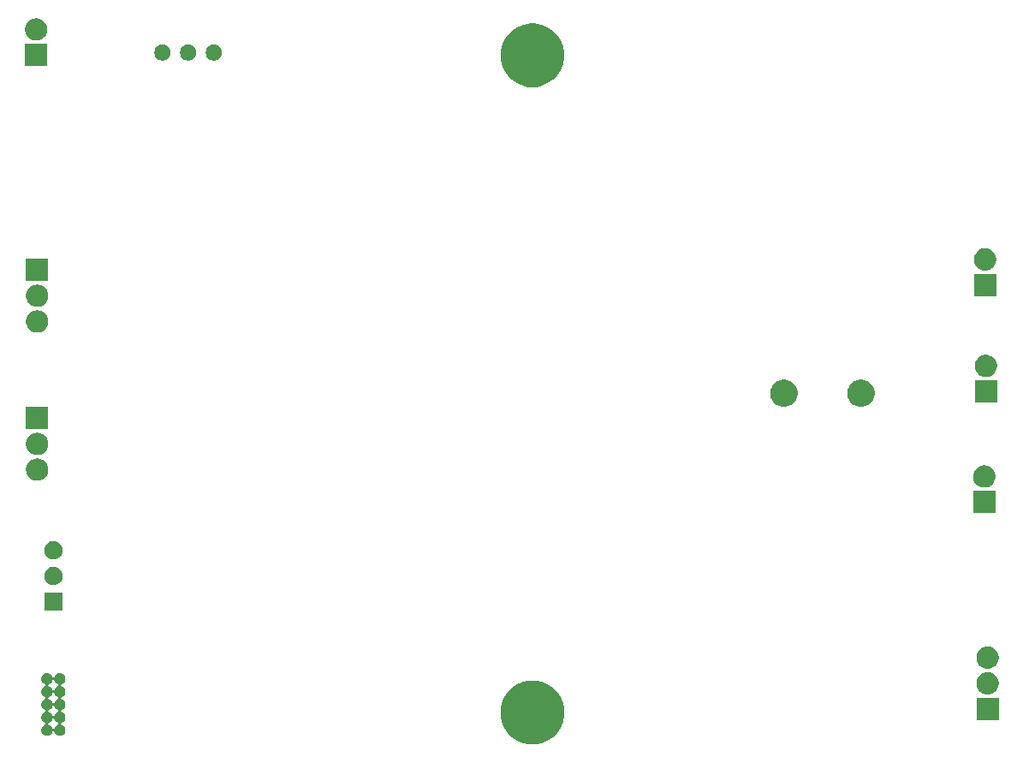
<source format=gbr>
G04 #@! TF.GenerationSoftware,KiCad,Pcbnew,5.1.6-c6e7f7d~86~ubuntu18.04.1*
G04 #@! TF.CreationDate,2020-06-04T01:08:26+01:00*
G04 #@! TF.ProjectId,scot-resolver,73636f74-2d72-4657-936f-6c7665722e6b,rev?*
G04 #@! TF.SameCoordinates,Original*
G04 #@! TF.FileFunction,Soldermask,Bot*
G04 #@! TF.FilePolarity,Negative*
%FSLAX46Y46*%
G04 Gerber Fmt 4.6, Leading zero omitted, Abs format (unit mm)*
G04 Created by KiCad (PCBNEW 5.1.6-c6e7f7d~86~ubuntu18.04.1) date 2020-06-04 01:08:26*
%MOMM*%
%LPD*%
G01*
G04 APERTURE LIST*
%ADD10C,0.100000*%
G04 APERTURE END LIST*
D10*
G36*
X135397849Y-122248226D02*
G01*
X135919821Y-122352052D01*
X136493085Y-122589506D01*
X137009008Y-122934235D01*
X137447765Y-123372992D01*
X137792494Y-123888915D01*
X138029948Y-124462179D01*
X138125656Y-124943339D01*
X138151000Y-125070751D01*
X138151000Y-125691249D01*
X138143760Y-125727648D01*
X138029948Y-126299821D01*
X137792494Y-126873085D01*
X137447765Y-127389008D01*
X137009008Y-127827765D01*
X136493085Y-128172494D01*
X135919821Y-128409948D01*
X135397849Y-128513774D01*
X135311249Y-128531000D01*
X134690751Y-128531000D01*
X134604151Y-128513774D01*
X134082179Y-128409948D01*
X133508915Y-128172494D01*
X132992992Y-127827765D01*
X132554235Y-127389008D01*
X132209506Y-126873085D01*
X131972052Y-126299821D01*
X131858240Y-125727648D01*
X131851000Y-125691249D01*
X131851000Y-125070751D01*
X131876344Y-124943339D01*
X131972052Y-124462179D01*
X132209506Y-123888915D01*
X132554235Y-123372992D01*
X132992992Y-122934235D01*
X133508915Y-122589506D01*
X134082179Y-122352052D01*
X134604151Y-122248226D01*
X134690751Y-122231000D01*
X135311249Y-122231000D01*
X135397849Y-122248226D01*
G37*
G36*
X87158051Y-121509480D02*
G01*
X87208920Y-121530551D01*
X87259786Y-121551620D01*
X87351342Y-121612796D01*
X87429204Y-121690658D01*
X87490380Y-121782214D01*
X87514516Y-121840485D01*
X87526068Y-121862095D01*
X87541613Y-121881037D01*
X87560555Y-121896582D01*
X87582166Y-121908133D01*
X87605615Y-121915246D01*
X87630001Y-121917648D01*
X87654387Y-121915246D01*
X87677836Y-121908133D01*
X87699446Y-121896581D01*
X87718388Y-121881036D01*
X87733933Y-121862094D01*
X87745484Y-121840485D01*
X87769620Y-121782214D01*
X87830796Y-121690658D01*
X87908658Y-121612796D01*
X88000214Y-121551620D01*
X88051080Y-121530551D01*
X88101949Y-121509480D01*
X88209941Y-121488000D01*
X88320059Y-121488000D01*
X88428051Y-121509480D01*
X88478920Y-121530551D01*
X88529786Y-121551620D01*
X88621342Y-121612796D01*
X88699204Y-121690658D01*
X88760380Y-121782214D01*
X88781449Y-121833080D01*
X88802520Y-121883949D01*
X88824000Y-121991941D01*
X88824000Y-122102059D01*
X88802520Y-122210051D01*
X88793467Y-122231906D01*
X88760380Y-122311786D01*
X88699204Y-122403342D01*
X88621342Y-122481204D01*
X88529786Y-122542380D01*
X88471515Y-122566516D01*
X88449905Y-122578068D01*
X88430963Y-122593613D01*
X88415418Y-122612555D01*
X88403867Y-122634166D01*
X88396754Y-122657615D01*
X88394352Y-122682001D01*
X88396754Y-122706387D01*
X88403867Y-122729836D01*
X88415419Y-122751446D01*
X88430964Y-122770388D01*
X88449906Y-122785933D01*
X88471513Y-122797483D01*
X88529786Y-122821620D01*
X88621342Y-122882796D01*
X88699204Y-122960658D01*
X88699206Y-122960661D01*
X88757071Y-123047261D01*
X88760380Y-123052214D01*
X88781449Y-123103080D01*
X88802520Y-123153949D01*
X88824000Y-123261941D01*
X88824000Y-123372059D01*
X88802520Y-123480051D01*
X88793467Y-123501906D01*
X88760380Y-123581786D01*
X88699204Y-123673342D01*
X88621342Y-123751204D01*
X88529786Y-123812380D01*
X88471515Y-123836516D01*
X88449905Y-123848068D01*
X88430963Y-123863613D01*
X88415418Y-123882555D01*
X88403867Y-123904166D01*
X88396754Y-123927615D01*
X88394352Y-123952001D01*
X88396754Y-123976387D01*
X88403867Y-123999836D01*
X88415419Y-124021446D01*
X88430964Y-124040388D01*
X88449906Y-124055933D01*
X88471513Y-124067483D01*
X88529786Y-124091620D01*
X88621342Y-124152796D01*
X88699204Y-124230658D01*
X88760380Y-124322214D01*
X88781449Y-124373080D01*
X88802520Y-124423949D01*
X88824000Y-124531941D01*
X88824000Y-124642059D01*
X88802520Y-124750051D01*
X88793467Y-124771906D01*
X88760380Y-124851786D01*
X88699204Y-124943342D01*
X88621342Y-125021204D01*
X88529786Y-125082380D01*
X88471515Y-125106516D01*
X88449905Y-125118068D01*
X88430963Y-125133613D01*
X88415418Y-125152555D01*
X88403867Y-125174166D01*
X88396754Y-125197615D01*
X88394352Y-125222001D01*
X88396754Y-125246387D01*
X88403867Y-125269836D01*
X88415419Y-125291446D01*
X88430964Y-125310388D01*
X88449906Y-125325933D01*
X88471513Y-125337483D01*
X88529786Y-125361620D01*
X88621342Y-125422796D01*
X88699204Y-125500658D01*
X88760380Y-125592214D01*
X88765572Y-125604749D01*
X88802520Y-125693949D01*
X88824000Y-125801941D01*
X88824000Y-125912059D01*
X88802520Y-126020051D01*
X88793467Y-126041906D01*
X88760380Y-126121786D01*
X88699204Y-126213342D01*
X88621342Y-126291204D01*
X88529786Y-126352380D01*
X88471515Y-126376516D01*
X88449905Y-126388068D01*
X88430963Y-126403613D01*
X88415418Y-126422555D01*
X88403867Y-126444166D01*
X88396754Y-126467615D01*
X88394352Y-126492001D01*
X88396754Y-126516387D01*
X88403867Y-126539836D01*
X88415419Y-126561446D01*
X88430964Y-126580388D01*
X88449906Y-126595933D01*
X88471513Y-126607483D01*
X88529786Y-126631620D01*
X88621342Y-126692796D01*
X88699204Y-126770658D01*
X88760380Y-126862214D01*
X88779494Y-126908361D01*
X88802520Y-126963949D01*
X88824000Y-127071941D01*
X88824000Y-127182059D01*
X88802520Y-127290051D01*
X88793467Y-127311906D01*
X88760380Y-127391786D01*
X88699204Y-127483342D01*
X88621342Y-127561204D01*
X88529786Y-127622380D01*
X88478920Y-127643449D01*
X88428051Y-127664520D01*
X88320059Y-127686000D01*
X88209941Y-127686000D01*
X88101949Y-127664520D01*
X88051080Y-127643449D01*
X88000214Y-127622380D01*
X87908658Y-127561204D01*
X87830796Y-127483342D01*
X87769620Y-127391786D01*
X87745483Y-127333513D01*
X87733932Y-127311905D01*
X87718387Y-127292963D01*
X87699445Y-127277418D01*
X87677834Y-127265867D01*
X87654385Y-127258754D01*
X87629999Y-127256352D01*
X87605613Y-127258754D01*
X87582164Y-127265867D01*
X87560554Y-127277419D01*
X87541612Y-127292964D01*
X87526067Y-127311906D01*
X87514517Y-127333513D01*
X87490380Y-127391786D01*
X87429204Y-127483342D01*
X87351342Y-127561204D01*
X87259786Y-127622380D01*
X87208920Y-127643449D01*
X87158051Y-127664520D01*
X87050059Y-127686000D01*
X86939941Y-127686000D01*
X86831949Y-127664520D01*
X86781080Y-127643449D01*
X86730214Y-127622380D01*
X86638658Y-127561204D01*
X86560796Y-127483342D01*
X86499620Y-127391786D01*
X86466533Y-127311906D01*
X86457480Y-127290051D01*
X86436000Y-127182059D01*
X86436000Y-127071941D01*
X86457480Y-126963949D01*
X86480506Y-126908361D01*
X86499620Y-126862214D01*
X86560796Y-126770658D01*
X86638658Y-126692796D01*
X86730214Y-126631620D01*
X86788487Y-126607483D01*
X86810095Y-126595932D01*
X86829037Y-126580387D01*
X86844582Y-126561445D01*
X86856133Y-126539834D01*
X86863246Y-126516385D01*
X86865647Y-126492001D01*
X87124352Y-126492001D01*
X87126754Y-126516387D01*
X87133867Y-126539836D01*
X87145419Y-126561446D01*
X87160964Y-126580388D01*
X87179906Y-126595933D01*
X87201513Y-126607483D01*
X87259786Y-126631620D01*
X87351342Y-126692796D01*
X87429204Y-126770658D01*
X87490380Y-126862214D01*
X87509494Y-126908361D01*
X87514516Y-126920485D01*
X87526068Y-126942095D01*
X87541613Y-126961037D01*
X87560555Y-126976582D01*
X87582166Y-126988133D01*
X87605615Y-126995246D01*
X87630001Y-126997648D01*
X87654387Y-126995246D01*
X87677836Y-126988133D01*
X87699446Y-126976581D01*
X87718388Y-126961036D01*
X87733933Y-126942094D01*
X87745484Y-126920485D01*
X87750506Y-126908361D01*
X87769620Y-126862214D01*
X87830796Y-126770658D01*
X87908658Y-126692796D01*
X88000214Y-126631620D01*
X88058487Y-126607483D01*
X88080095Y-126595932D01*
X88099037Y-126580387D01*
X88114582Y-126561445D01*
X88126133Y-126539834D01*
X88133246Y-126516385D01*
X88135648Y-126491999D01*
X88133246Y-126467613D01*
X88126133Y-126444164D01*
X88114581Y-126422554D01*
X88099036Y-126403612D01*
X88080094Y-126388067D01*
X88058485Y-126376516D01*
X88000214Y-126352380D01*
X87908658Y-126291204D01*
X87830796Y-126213342D01*
X87769620Y-126121786D01*
X87745483Y-126063513D01*
X87733932Y-126041905D01*
X87718387Y-126022963D01*
X87699445Y-126007418D01*
X87677834Y-125995867D01*
X87654385Y-125988754D01*
X87629999Y-125986352D01*
X87605613Y-125988754D01*
X87582164Y-125995867D01*
X87560554Y-126007419D01*
X87541612Y-126022964D01*
X87526067Y-126041906D01*
X87514517Y-126063513D01*
X87490380Y-126121786D01*
X87429204Y-126213342D01*
X87351342Y-126291204D01*
X87259786Y-126352380D01*
X87201515Y-126376516D01*
X87179905Y-126388068D01*
X87160963Y-126403613D01*
X87145418Y-126422555D01*
X87133867Y-126444166D01*
X87126754Y-126467615D01*
X87124352Y-126492001D01*
X86865647Y-126492001D01*
X86865648Y-126491999D01*
X86863246Y-126467613D01*
X86856133Y-126444164D01*
X86844581Y-126422554D01*
X86829036Y-126403612D01*
X86810094Y-126388067D01*
X86788485Y-126376516D01*
X86730214Y-126352380D01*
X86638658Y-126291204D01*
X86560796Y-126213342D01*
X86499620Y-126121786D01*
X86466533Y-126041906D01*
X86457480Y-126020051D01*
X86436000Y-125912059D01*
X86436000Y-125801941D01*
X86457480Y-125693949D01*
X86494428Y-125604749D01*
X86499620Y-125592214D01*
X86560796Y-125500658D01*
X86638658Y-125422796D01*
X86730214Y-125361620D01*
X86788487Y-125337483D01*
X86810095Y-125325932D01*
X86829037Y-125310387D01*
X86844582Y-125291445D01*
X86856133Y-125269834D01*
X86863246Y-125246385D01*
X86865647Y-125222001D01*
X87124352Y-125222001D01*
X87126754Y-125246387D01*
X87133867Y-125269836D01*
X87145419Y-125291446D01*
X87160964Y-125310388D01*
X87179906Y-125325933D01*
X87201513Y-125337483D01*
X87259786Y-125361620D01*
X87351342Y-125422796D01*
X87429204Y-125500658D01*
X87490380Y-125592214D01*
X87514516Y-125650485D01*
X87526068Y-125672095D01*
X87541613Y-125691037D01*
X87560555Y-125706582D01*
X87582166Y-125718133D01*
X87605615Y-125725246D01*
X87630001Y-125727648D01*
X87654387Y-125725246D01*
X87677836Y-125718133D01*
X87699446Y-125706581D01*
X87718388Y-125691036D01*
X87733933Y-125672094D01*
X87745484Y-125650485D01*
X87769620Y-125592214D01*
X87830796Y-125500658D01*
X87908658Y-125422796D01*
X88000214Y-125361620D01*
X88058487Y-125337483D01*
X88080095Y-125325932D01*
X88099037Y-125310387D01*
X88114582Y-125291445D01*
X88126133Y-125269834D01*
X88133246Y-125246385D01*
X88135648Y-125221999D01*
X88133246Y-125197613D01*
X88126133Y-125174164D01*
X88114581Y-125152554D01*
X88099036Y-125133612D01*
X88080094Y-125118067D01*
X88058485Y-125106516D01*
X88000214Y-125082380D01*
X87908658Y-125021204D01*
X87830796Y-124943342D01*
X87769620Y-124851786D01*
X87745483Y-124793513D01*
X87733932Y-124771905D01*
X87718387Y-124752963D01*
X87699445Y-124737418D01*
X87677834Y-124725867D01*
X87654385Y-124718754D01*
X87629999Y-124716352D01*
X87605613Y-124718754D01*
X87582164Y-124725867D01*
X87560554Y-124737419D01*
X87541612Y-124752964D01*
X87526067Y-124771906D01*
X87514517Y-124793513D01*
X87490380Y-124851786D01*
X87429204Y-124943342D01*
X87351342Y-125021204D01*
X87259786Y-125082380D01*
X87201515Y-125106516D01*
X87179905Y-125118068D01*
X87160963Y-125133613D01*
X87145418Y-125152555D01*
X87133867Y-125174166D01*
X87126754Y-125197615D01*
X87124352Y-125222001D01*
X86865647Y-125222001D01*
X86865648Y-125221999D01*
X86863246Y-125197613D01*
X86856133Y-125174164D01*
X86844581Y-125152554D01*
X86829036Y-125133612D01*
X86810094Y-125118067D01*
X86788485Y-125106516D01*
X86730214Y-125082380D01*
X86638658Y-125021204D01*
X86560796Y-124943342D01*
X86499620Y-124851786D01*
X86466533Y-124771906D01*
X86457480Y-124750051D01*
X86436000Y-124642059D01*
X86436000Y-124531941D01*
X86457480Y-124423949D01*
X86478551Y-124373080D01*
X86499620Y-124322214D01*
X86560796Y-124230658D01*
X86638658Y-124152796D01*
X86730214Y-124091620D01*
X86788487Y-124067483D01*
X86810095Y-124055932D01*
X86829037Y-124040387D01*
X86844582Y-124021445D01*
X86856133Y-123999834D01*
X86863246Y-123976385D01*
X86865647Y-123952001D01*
X87124352Y-123952001D01*
X87126754Y-123976387D01*
X87133867Y-123999836D01*
X87145419Y-124021446D01*
X87160964Y-124040388D01*
X87179906Y-124055933D01*
X87201513Y-124067483D01*
X87259786Y-124091620D01*
X87351342Y-124152796D01*
X87429204Y-124230658D01*
X87490380Y-124322214D01*
X87514516Y-124380485D01*
X87526068Y-124402095D01*
X87541613Y-124421037D01*
X87560555Y-124436582D01*
X87582166Y-124448133D01*
X87605615Y-124455246D01*
X87630001Y-124457648D01*
X87654387Y-124455246D01*
X87677836Y-124448133D01*
X87699446Y-124436581D01*
X87718388Y-124421036D01*
X87733933Y-124402094D01*
X87745484Y-124380485D01*
X87769620Y-124322214D01*
X87830796Y-124230658D01*
X87908658Y-124152796D01*
X88000214Y-124091620D01*
X88058487Y-124067483D01*
X88080095Y-124055932D01*
X88099037Y-124040387D01*
X88114582Y-124021445D01*
X88126133Y-123999834D01*
X88133246Y-123976385D01*
X88135648Y-123951999D01*
X88133246Y-123927613D01*
X88126133Y-123904164D01*
X88114581Y-123882554D01*
X88099036Y-123863612D01*
X88080094Y-123848067D01*
X88058485Y-123836516D01*
X88000214Y-123812380D01*
X87908658Y-123751204D01*
X87830796Y-123673342D01*
X87769620Y-123581786D01*
X87745483Y-123523513D01*
X87733932Y-123501905D01*
X87718387Y-123482963D01*
X87699445Y-123467418D01*
X87677834Y-123455867D01*
X87654385Y-123448754D01*
X87629999Y-123446352D01*
X87605613Y-123448754D01*
X87582164Y-123455867D01*
X87560554Y-123467419D01*
X87541612Y-123482964D01*
X87526067Y-123501906D01*
X87514517Y-123523513D01*
X87490380Y-123581786D01*
X87429204Y-123673342D01*
X87351342Y-123751204D01*
X87259786Y-123812380D01*
X87201515Y-123836516D01*
X87179905Y-123848068D01*
X87160963Y-123863613D01*
X87145418Y-123882555D01*
X87133867Y-123904166D01*
X87126754Y-123927615D01*
X87124352Y-123952001D01*
X86865647Y-123952001D01*
X86865648Y-123951999D01*
X86863246Y-123927613D01*
X86856133Y-123904164D01*
X86844581Y-123882554D01*
X86829036Y-123863612D01*
X86810094Y-123848067D01*
X86788485Y-123836516D01*
X86730214Y-123812380D01*
X86638658Y-123751204D01*
X86560796Y-123673342D01*
X86499620Y-123581786D01*
X86466533Y-123501906D01*
X86457480Y-123480051D01*
X86436000Y-123372059D01*
X86436000Y-123261941D01*
X86457480Y-123153949D01*
X86478551Y-123103080D01*
X86499620Y-123052214D01*
X86502930Y-123047261D01*
X86560794Y-122960661D01*
X86560796Y-122960658D01*
X86638658Y-122882796D01*
X86730214Y-122821620D01*
X86788487Y-122797483D01*
X86810095Y-122785932D01*
X86829037Y-122770387D01*
X86844582Y-122751445D01*
X86856133Y-122729834D01*
X86863246Y-122706385D01*
X86865647Y-122682001D01*
X87124352Y-122682001D01*
X87126754Y-122706387D01*
X87133867Y-122729836D01*
X87145419Y-122751446D01*
X87160964Y-122770388D01*
X87179906Y-122785933D01*
X87201513Y-122797483D01*
X87259786Y-122821620D01*
X87351342Y-122882796D01*
X87429204Y-122960658D01*
X87490380Y-123052214D01*
X87512140Y-123104749D01*
X87514516Y-123110485D01*
X87526068Y-123132095D01*
X87541613Y-123151037D01*
X87560555Y-123166582D01*
X87582166Y-123178133D01*
X87605615Y-123185246D01*
X87630001Y-123187648D01*
X87654387Y-123185246D01*
X87677836Y-123178133D01*
X87699446Y-123166581D01*
X87718388Y-123151036D01*
X87733933Y-123132094D01*
X87745484Y-123110485D01*
X87747860Y-123104749D01*
X87769620Y-123052214D01*
X87830796Y-122960658D01*
X87908658Y-122882796D01*
X88000214Y-122821620D01*
X88058487Y-122797483D01*
X88080095Y-122785932D01*
X88099037Y-122770387D01*
X88114582Y-122751445D01*
X88126133Y-122729834D01*
X88133246Y-122706385D01*
X88135648Y-122681999D01*
X88133246Y-122657613D01*
X88126133Y-122634164D01*
X88114581Y-122612554D01*
X88099036Y-122593612D01*
X88080094Y-122578067D01*
X88058485Y-122566516D01*
X88000214Y-122542380D01*
X87908658Y-122481204D01*
X87830796Y-122403342D01*
X87769620Y-122311786D01*
X87745483Y-122253513D01*
X87733932Y-122231905D01*
X87718387Y-122212963D01*
X87699445Y-122197418D01*
X87677834Y-122185867D01*
X87654385Y-122178754D01*
X87629999Y-122176352D01*
X87605613Y-122178754D01*
X87582164Y-122185867D01*
X87560554Y-122197419D01*
X87541612Y-122212964D01*
X87526067Y-122231906D01*
X87514517Y-122253513D01*
X87490380Y-122311786D01*
X87429204Y-122403342D01*
X87351342Y-122481204D01*
X87259786Y-122542380D01*
X87201515Y-122566516D01*
X87179905Y-122578068D01*
X87160963Y-122593613D01*
X87145418Y-122612555D01*
X87133867Y-122634166D01*
X87126754Y-122657615D01*
X87124352Y-122682001D01*
X86865647Y-122682001D01*
X86865648Y-122681999D01*
X86863246Y-122657613D01*
X86856133Y-122634164D01*
X86844581Y-122612554D01*
X86829036Y-122593612D01*
X86810094Y-122578067D01*
X86788485Y-122566516D01*
X86730214Y-122542380D01*
X86638658Y-122481204D01*
X86560796Y-122403342D01*
X86499620Y-122311786D01*
X86466533Y-122231906D01*
X86457480Y-122210051D01*
X86436000Y-122102059D01*
X86436000Y-121991941D01*
X86457480Y-121883949D01*
X86478551Y-121833080D01*
X86499620Y-121782214D01*
X86560796Y-121690658D01*
X86638658Y-121612796D01*
X86730214Y-121551620D01*
X86781080Y-121530551D01*
X86831949Y-121509480D01*
X86939941Y-121488000D01*
X87050059Y-121488000D01*
X87158051Y-121509480D01*
G37*
G36*
X181123500Y-126132500D02*
G01*
X178921500Y-126132500D01*
X178921500Y-123930500D01*
X181123500Y-123930500D01*
X181123500Y-126132500D01*
G37*
G36*
X180237295Y-121411656D02*
G01*
X180343650Y-121432811D01*
X180443834Y-121474309D01*
X180544020Y-121515807D01*
X180724344Y-121636295D01*
X180877705Y-121789656D01*
X180998193Y-121969980D01*
X181007290Y-121991943D01*
X181081189Y-122170350D01*
X181086573Y-122197418D01*
X181123500Y-122383060D01*
X181123500Y-122599940D01*
X181107177Y-122681999D01*
X181081189Y-122812650D01*
X181067197Y-122846430D01*
X180998193Y-123013020D01*
X180877705Y-123193344D01*
X180724344Y-123346705D01*
X180544020Y-123467193D01*
X180505945Y-123482964D01*
X180343650Y-123550189D01*
X180237295Y-123571344D01*
X180130940Y-123592500D01*
X179914060Y-123592500D01*
X179807705Y-123571344D01*
X179701350Y-123550189D01*
X179539055Y-123482964D01*
X179500980Y-123467193D01*
X179320656Y-123346705D01*
X179167295Y-123193344D01*
X179046807Y-123013020D01*
X178977803Y-122846430D01*
X178963811Y-122812650D01*
X178937823Y-122681999D01*
X178921500Y-122599940D01*
X178921500Y-122383060D01*
X178958427Y-122197418D01*
X178963811Y-122170350D01*
X179037710Y-121991943D01*
X179046807Y-121969980D01*
X179167295Y-121789656D01*
X179320656Y-121636295D01*
X179500980Y-121515807D01*
X179601166Y-121474309D01*
X179701350Y-121432811D01*
X179807705Y-121411656D01*
X179914060Y-121390500D01*
X180130940Y-121390500D01*
X180237295Y-121411656D01*
G37*
G36*
X180237295Y-118871656D02*
G01*
X180343650Y-118892811D01*
X180443834Y-118934309D01*
X180544020Y-118975807D01*
X180724344Y-119096295D01*
X180877705Y-119249656D01*
X180998193Y-119429980D01*
X181081189Y-119630351D01*
X181123500Y-119843060D01*
X181123500Y-120059940D01*
X181081189Y-120272649D01*
X180998193Y-120473020D01*
X180877705Y-120653344D01*
X180724344Y-120806705D01*
X180544020Y-120927193D01*
X180343650Y-121010189D01*
X180237294Y-121031345D01*
X180130940Y-121052500D01*
X179914060Y-121052500D01*
X179807706Y-121031345D01*
X179701350Y-121010189D01*
X179500980Y-120927193D01*
X179320656Y-120806705D01*
X179167295Y-120653344D01*
X179046807Y-120473020D01*
X178963811Y-120272649D01*
X178921500Y-120059940D01*
X178921500Y-119843060D01*
X178963811Y-119630351D01*
X179046807Y-119429980D01*
X179167295Y-119249656D01*
X179320656Y-119096295D01*
X179500980Y-118975807D01*
X179601166Y-118934309D01*
X179701350Y-118892811D01*
X179807705Y-118871656D01*
X179914060Y-118850500D01*
X180130940Y-118850500D01*
X180237295Y-118871656D01*
G37*
G36*
X88531000Y-115328000D02*
G01*
X86729000Y-115328000D01*
X86729000Y-113526000D01*
X88531000Y-113526000D01*
X88531000Y-115328000D01*
G37*
G36*
X87743512Y-110990927D02*
G01*
X87892812Y-111020624D01*
X88056784Y-111088544D01*
X88204354Y-111187147D01*
X88329853Y-111312646D01*
X88428456Y-111460216D01*
X88496376Y-111624188D01*
X88531000Y-111798259D01*
X88531000Y-111975741D01*
X88496376Y-112149812D01*
X88428456Y-112313784D01*
X88329853Y-112461354D01*
X88204354Y-112586853D01*
X88056784Y-112685456D01*
X87892812Y-112753376D01*
X87743512Y-112783073D01*
X87718742Y-112788000D01*
X87541258Y-112788000D01*
X87516488Y-112783073D01*
X87367188Y-112753376D01*
X87203216Y-112685456D01*
X87055646Y-112586853D01*
X86930147Y-112461354D01*
X86831544Y-112313784D01*
X86763624Y-112149812D01*
X86729000Y-111975741D01*
X86729000Y-111798259D01*
X86763624Y-111624188D01*
X86831544Y-111460216D01*
X86930147Y-111312646D01*
X87055646Y-111187147D01*
X87203216Y-111088544D01*
X87367188Y-111020624D01*
X87516488Y-110990927D01*
X87541258Y-110986000D01*
X87718742Y-110986000D01*
X87743512Y-110990927D01*
G37*
G36*
X87743512Y-108450927D02*
G01*
X87892812Y-108480624D01*
X88056784Y-108548544D01*
X88204354Y-108647147D01*
X88329853Y-108772646D01*
X88428456Y-108920216D01*
X88496376Y-109084188D01*
X88531000Y-109258259D01*
X88531000Y-109435741D01*
X88496376Y-109609812D01*
X88428456Y-109773784D01*
X88329853Y-109921354D01*
X88204354Y-110046853D01*
X88056784Y-110145456D01*
X87892812Y-110213376D01*
X87743512Y-110243073D01*
X87718742Y-110248000D01*
X87541258Y-110248000D01*
X87516488Y-110243073D01*
X87367188Y-110213376D01*
X87203216Y-110145456D01*
X87055646Y-110046853D01*
X86930147Y-109921354D01*
X86831544Y-109773784D01*
X86763624Y-109609812D01*
X86729000Y-109435741D01*
X86729000Y-109258259D01*
X86763624Y-109084188D01*
X86831544Y-108920216D01*
X86930147Y-108772646D01*
X87055646Y-108647147D01*
X87203216Y-108548544D01*
X87367188Y-108480624D01*
X87516488Y-108450927D01*
X87541258Y-108446000D01*
X87718742Y-108446000D01*
X87743512Y-108450927D01*
G37*
G36*
X180806000Y-105698200D02*
G01*
X178604000Y-105698200D01*
X178604000Y-103496200D01*
X180806000Y-103496200D01*
X180806000Y-105698200D01*
G37*
G36*
X179919794Y-100977355D02*
G01*
X180026150Y-100998511D01*
X180226520Y-101081507D01*
X180406844Y-101201995D01*
X180560205Y-101355356D01*
X180680693Y-101535680D01*
X180680693Y-101535681D01*
X180745671Y-101692550D01*
X180763689Y-101736051D01*
X180806000Y-101948760D01*
X180806000Y-102165640D01*
X180763689Y-102378349D01*
X180680693Y-102578720D01*
X180560205Y-102759044D01*
X180406844Y-102912405D01*
X180226520Y-103032893D01*
X180126334Y-103074391D01*
X180026150Y-103115889D01*
X179919795Y-103137044D01*
X179813440Y-103158200D01*
X179596560Y-103158200D01*
X179490206Y-103137045D01*
X179383850Y-103115889D01*
X179183480Y-103032893D01*
X179003156Y-102912405D01*
X178849795Y-102759044D01*
X178729307Y-102578720D01*
X178646311Y-102378349D01*
X178604000Y-102165640D01*
X178604000Y-101948760D01*
X178646311Y-101736051D01*
X178664330Y-101692550D01*
X178729307Y-101535681D01*
X178729307Y-101535680D01*
X178849795Y-101355356D01*
X179003156Y-101201995D01*
X179183480Y-101081507D01*
X179383850Y-100998511D01*
X179490206Y-100977355D01*
X179596560Y-100956200D01*
X179813440Y-100956200D01*
X179919794Y-100977355D01*
G37*
G36*
X86244594Y-100291555D02*
G01*
X86350950Y-100312711D01*
X86551320Y-100395707D01*
X86731644Y-100516195D01*
X86885005Y-100669556D01*
X87005493Y-100849880D01*
X87088489Y-101050251D01*
X87130800Y-101262960D01*
X87130800Y-101479840D01*
X87119692Y-101535681D01*
X87088489Y-101692550D01*
X87070470Y-101736051D01*
X87005493Y-101892920D01*
X86885005Y-102073244D01*
X86731644Y-102226605D01*
X86551320Y-102347093D01*
X86451134Y-102388591D01*
X86350950Y-102430089D01*
X86244594Y-102451245D01*
X86138240Y-102472400D01*
X85921360Y-102472400D01*
X85815006Y-102451245D01*
X85708650Y-102430089D01*
X85508280Y-102347093D01*
X85327956Y-102226605D01*
X85174595Y-102073244D01*
X85054107Y-101892920D01*
X84989130Y-101736051D01*
X84971111Y-101692550D01*
X84939908Y-101535681D01*
X84928800Y-101479840D01*
X84928800Y-101262960D01*
X84971111Y-101050251D01*
X85054107Y-100849880D01*
X85174595Y-100669556D01*
X85327956Y-100516195D01*
X85508280Y-100395707D01*
X85708650Y-100312711D01*
X85815006Y-100291555D01*
X85921360Y-100270400D01*
X86138240Y-100270400D01*
X86244594Y-100291555D01*
G37*
G36*
X86244595Y-97751556D02*
G01*
X86350950Y-97772711D01*
X86551320Y-97855707D01*
X86731644Y-97976195D01*
X86885005Y-98129556D01*
X87005493Y-98309880D01*
X87088489Y-98510251D01*
X87130800Y-98722960D01*
X87130800Y-98939840D01*
X87088489Y-99152549D01*
X87005493Y-99352920D01*
X86885005Y-99533244D01*
X86731644Y-99686605D01*
X86551320Y-99807093D01*
X86350950Y-99890089D01*
X86244595Y-99911244D01*
X86138240Y-99932400D01*
X85921360Y-99932400D01*
X85815005Y-99911244D01*
X85708650Y-99890089D01*
X85608466Y-99848591D01*
X85508280Y-99807093D01*
X85327956Y-99686605D01*
X85174595Y-99533244D01*
X85054107Y-99352920D01*
X84971111Y-99152549D01*
X84928800Y-98939840D01*
X84928800Y-98722960D01*
X84971111Y-98510251D01*
X85054107Y-98309880D01*
X85174595Y-98129556D01*
X85327956Y-97976195D01*
X85508280Y-97855707D01*
X85608466Y-97814209D01*
X85708650Y-97772711D01*
X85815005Y-97751556D01*
X85921360Y-97730400D01*
X86138240Y-97730400D01*
X86244595Y-97751556D01*
G37*
G36*
X87130800Y-97392400D02*
G01*
X84928800Y-97392400D01*
X84928800Y-95190400D01*
X87130800Y-95190400D01*
X87130800Y-97392400D01*
G37*
G36*
X160274372Y-92515818D02*
G01*
X160520239Y-92617659D01*
X160741512Y-92765510D01*
X160929690Y-92953688D01*
X161077541Y-93174961D01*
X161179382Y-93420828D01*
X161231300Y-93681838D01*
X161231300Y-93947962D01*
X161179382Y-94208972D01*
X161077541Y-94454839D01*
X160929690Y-94676112D01*
X160741512Y-94864290D01*
X160520239Y-95012141D01*
X160520238Y-95012142D01*
X160520237Y-95012142D01*
X160274372Y-95113982D01*
X160013363Y-95165900D01*
X159747237Y-95165900D01*
X159486228Y-95113982D01*
X159240363Y-95012142D01*
X159240362Y-95012142D01*
X159240361Y-95012141D01*
X159019088Y-94864290D01*
X158830910Y-94676112D01*
X158683059Y-94454839D01*
X158581218Y-94208972D01*
X158529300Y-93947962D01*
X158529300Y-93681838D01*
X158581218Y-93420828D01*
X158683059Y-93174961D01*
X158830910Y-92953688D01*
X159019088Y-92765510D01*
X159240361Y-92617659D01*
X159486228Y-92515818D01*
X159747237Y-92463900D01*
X160013363Y-92463900D01*
X160274372Y-92515818D01*
G37*
G36*
X167894372Y-92515818D02*
G01*
X168140239Y-92617659D01*
X168361512Y-92765510D01*
X168549690Y-92953688D01*
X168697541Y-93174961D01*
X168799382Y-93420828D01*
X168851300Y-93681838D01*
X168851300Y-93947962D01*
X168799382Y-94208972D01*
X168697541Y-94454839D01*
X168549690Y-94676112D01*
X168361512Y-94864290D01*
X168140239Y-95012141D01*
X168140238Y-95012142D01*
X168140237Y-95012142D01*
X167894372Y-95113982D01*
X167633363Y-95165900D01*
X167367237Y-95165900D01*
X167106228Y-95113982D01*
X166860363Y-95012142D01*
X166860362Y-95012142D01*
X166860361Y-95012141D01*
X166639088Y-94864290D01*
X166450910Y-94676112D01*
X166303059Y-94454839D01*
X166201218Y-94208972D01*
X166149300Y-93947962D01*
X166149300Y-93681838D01*
X166201218Y-93420828D01*
X166303059Y-93174961D01*
X166450910Y-92953688D01*
X166639088Y-92765510D01*
X166860361Y-92617659D01*
X167106228Y-92515818D01*
X167367237Y-92463900D01*
X167633363Y-92463900D01*
X167894372Y-92515818D01*
G37*
G36*
X180958800Y-94747200D02*
G01*
X178756800Y-94747200D01*
X178756800Y-92545200D01*
X180958800Y-92545200D01*
X180958800Y-94747200D01*
G37*
G36*
X180072594Y-90026355D02*
G01*
X180178950Y-90047511D01*
X180379320Y-90130507D01*
X180559644Y-90250995D01*
X180713005Y-90404356D01*
X180833493Y-90584680D01*
X180916489Y-90785051D01*
X180958800Y-90997760D01*
X180958800Y-91214640D01*
X180916489Y-91427349D01*
X180833493Y-91627720D01*
X180713005Y-91808044D01*
X180559644Y-91961405D01*
X180379320Y-92081893D01*
X180178950Y-92164889D01*
X180072595Y-92186044D01*
X179966240Y-92207200D01*
X179749360Y-92207200D01*
X179643005Y-92186044D01*
X179536650Y-92164889D01*
X179436466Y-92123391D01*
X179336280Y-92081893D01*
X179155956Y-91961405D01*
X179002595Y-91808044D01*
X178882107Y-91627720D01*
X178799111Y-91427349D01*
X178756800Y-91214640D01*
X178756800Y-90997760D01*
X178799111Y-90785051D01*
X178882107Y-90584680D01*
X179002595Y-90404356D01*
X179155956Y-90250995D01*
X179336280Y-90130507D01*
X179436466Y-90089009D01*
X179536650Y-90047511D01*
X179643006Y-90026355D01*
X179749360Y-90005200D01*
X179966240Y-90005200D01*
X180072594Y-90026355D01*
G37*
G36*
X86244595Y-85635756D02*
G01*
X86350950Y-85656911D01*
X86451134Y-85698409D01*
X86551320Y-85739907D01*
X86731644Y-85860395D01*
X86885005Y-86013756D01*
X87005493Y-86194080D01*
X87088489Y-86394451D01*
X87130800Y-86607160D01*
X87130800Y-86824040D01*
X87088489Y-87036749D01*
X87005493Y-87237120D01*
X86885005Y-87417444D01*
X86731644Y-87570805D01*
X86551320Y-87691293D01*
X86350950Y-87774289D01*
X86244595Y-87795444D01*
X86138240Y-87816600D01*
X85921360Y-87816600D01*
X85815005Y-87795444D01*
X85708650Y-87774289D01*
X85508280Y-87691293D01*
X85327956Y-87570805D01*
X85174595Y-87417444D01*
X85054107Y-87237120D01*
X84971111Y-87036749D01*
X84928800Y-86824040D01*
X84928800Y-86607160D01*
X84971111Y-86394451D01*
X85054107Y-86194080D01*
X85174595Y-86013756D01*
X85327956Y-85860395D01*
X85508280Y-85739907D01*
X85608466Y-85698409D01*
X85708650Y-85656911D01*
X85815005Y-85635756D01*
X85921360Y-85614600D01*
X86138240Y-85614600D01*
X86244595Y-85635756D01*
G37*
G36*
X86244594Y-83095755D02*
G01*
X86350950Y-83116911D01*
X86451134Y-83158409D01*
X86551320Y-83199907D01*
X86731644Y-83320395D01*
X86885005Y-83473756D01*
X87005493Y-83654080D01*
X87088489Y-83854451D01*
X87130800Y-84067160D01*
X87130800Y-84284040D01*
X87088489Y-84496749D01*
X87005493Y-84697120D01*
X86885005Y-84877444D01*
X86731644Y-85030805D01*
X86551320Y-85151293D01*
X86350950Y-85234289D01*
X86244594Y-85255445D01*
X86138240Y-85276600D01*
X85921360Y-85276600D01*
X85815006Y-85255445D01*
X85708650Y-85234289D01*
X85608466Y-85192791D01*
X85508280Y-85151293D01*
X85327956Y-85030805D01*
X85174595Y-84877444D01*
X85054107Y-84697120D01*
X84971111Y-84496749D01*
X84928800Y-84284040D01*
X84928800Y-84067160D01*
X84971111Y-83854451D01*
X85054107Y-83654080D01*
X85174595Y-83473756D01*
X85327956Y-83320395D01*
X85508280Y-83199907D01*
X85608466Y-83158409D01*
X85708650Y-83116911D01*
X85815006Y-83095755D01*
X85921360Y-83074600D01*
X86138240Y-83074600D01*
X86244594Y-83095755D01*
G37*
G36*
X180874580Y-84230120D02*
G01*
X178672580Y-84230120D01*
X178672580Y-82028120D01*
X180874580Y-82028120D01*
X180874580Y-84230120D01*
G37*
G36*
X87130800Y-82736600D02*
G01*
X84928800Y-82736600D01*
X84928800Y-80534600D01*
X87130800Y-80534600D01*
X87130800Y-82736600D01*
G37*
G36*
X179988374Y-79509275D02*
G01*
X180094730Y-79530431D01*
X180295100Y-79613427D01*
X180475424Y-79733915D01*
X180628785Y-79887276D01*
X180749273Y-80067600D01*
X180832269Y-80267971D01*
X180874580Y-80480680D01*
X180874580Y-80697560D01*
X180832269Y-80910269D01*
X180749273Y-81110640D01*
X180628785Y-81290964D01*
X180475424Y-81444325D01*
X180295100Y-81564813D01*
X180194914Y-81606311D01*
X180094730Y-81647809D01*
X179988375Y-81668964D01*
X179882020Y-81690120D01*
X179665140Y-81690120D01*
X179558785Y-81668964D01*
X179452430Y-81647809D01*
X179352246Y-81606311D01*
X179252060Y-81564813D01*
X179071736Y-81444325D01*
X178918375Y-81290964D01*
X178797887Y-81110640D01*
X178714891Y-80910269D01*
X178672580Y-80697560D01*
X178672580Y-80480680D01*
X178714891Y-80267971D01*
X178797887Y-80067600D01*
X178918375Y-79887276D01*
X179071736Y-79733915D01*
X179252060Y-79613427D01*
X179452430Y-79530431D01*
X179558786Y-79509275D01*
X179665140Y-79488120D01*
X179882020Y-79488120D01*
X179988374Y-79509275D01*
G37*
G36*
X135397849Y-57271226D02*
G01*
X135919821Y-57375052D01*
X136493085Y-57612506D01*
X137009008Y-57957235D01*
X137447765Y-58395992D01*
X137792494Y-58911915D01*
X138029948Y-59485179D01*
X138151000Y-60093752D01*
X138151000Y-60714248D01*
X138029948Y-61322821D01*
X137792494Y-61896085D01*
X137447765Y-62412008D01*
X137009008Y-62850765D01*
X136493085Y-63195494D01*
X135919821Y-63432948D01*
X135397849Y-63536774D01*
X135311249Y-63554000D01*
X134690751Y-63554000D01*
X134604151Y-63536774D01*
X134082179Y-63432948D01*
X133508915Y-63195494D01*
X132992992Y-62850765D01*
X132554235Y-62412008D01*
X132209506Y-61896085D01*
X131972052Y-61322821D01*
X131851000Y-60714248D01*
X131851000Y-60093752D01*
X131972052Y-59485179D01*
X132209506Y-58911915D01*
X132554235Y-58395992D01*
X132992992Y-57957235D01*
X133508915Y-57612506D01*
X134082179Y-57375052D01*
X134604151Y-57271226D01*
X134690751Y-57254000D01*
X135311249Y-57254000D01*
X135397849Y-57271226D01*
G37*
G36*
X87016500Y-61489500D02*
G01*
X84814500Y-61489500D01*
X84814500Y-59287500D01*
X87016500Y-59287500D01*
X87016500Y-61489500D01*
G37*
G36*
X101198642Y-59364281D02*
G01*
X101344414Y-59424662D01*
X101344416Y-59424663D01*
X101475608Y-59512322D01*
X101587178Y-59623892D01*
X101674837Y-59755084D01*
X101674838Y-59755086D01*
X101735219Y-59900858D01*
X101766000Y-60055607D01*
X101766000Y-60213393D01*
X101735219Y-60368142D01*
X101677957Y-60506383D01*
X101674837Y-60513916D01*
X101587178Y-60645108D01*
X101475608Y-60756678D01*
X101344416Y-60844337D01*
X101344415Y-60844338D01*
X101344414Y-60844338D01*
X101198642Y-60904719D01*
X101043893Y-60935500D01*
X100886107Y-60935500D01*
X100731358Y-60904719D01*
X100585586Y-60844338D01*
X100585585Y-60844338D01*
X100585584Y-60844337D01*
X100454392Y-60756678D01*
X100342822Y-60645108D01*
X100255163Y-60513916D01*
X100252043Y-60506383D01*
X100194781Y-60368142D01*
X100164000Y-60213393D01*
X100164000Y-60055607D01*
X100194781Y-59900858D01*
X100255162Y-59755086D01*
X100255163Y-59755084D01*
X100342822Y-59623892D01*
X100454392Y-59512322D01*
X100585584Y-59424663D01*
X100585586Y-59424662D01*
X100731358Y-59364281D01*
X100886107Y-59333500D01*
X101043893Y-59333500D01*
X101198642Y-59364281D01*
G37*
G36*
X98658642Y-59364281D02*
G01*
X98804414Y-59424662D01*
X98804416Y-59424663D01*
X98935608Y-59512322D01*
X99047178Y-59623892D01*
X99134837Y-59755084D01*
X99134838Y-59755086D01*
X99195219Y-59900858D01*
X99226000Y-60055607D01*
X99226000Y-60213393D01*
X99195219Y-60368142D01*
X99137957Y-60506383D01*
X99134837Y-60513916D01*
X99047178Y-60645108D01*
X98935608Y-60756678D01*
X98804416Y-60844337D01*
X98804415Y-60844338D01*
X98804414Y-60844338D01*
X98658642Y-60904719D01*
X98503893Y-60935500D01*
X98346107Y-60935500D01*
X98191358Y-60904719D01*
X98045586Y-60844338D01*
X98045585Y-60844338D01*
X98045584Y-60844337D01*
X97914392Y-60756678D01*
X97802822Y-60645108D01*
X97715163Y-60513916D01*
X97712043Y-60506383D01*
X97654781Y-60368142D01*
X97624000Y-60213393D01*
X97624000Y-60055607D01*
X97654781Y-59900858D01*
X97715162Y-59755086D01*
X97715163Y-59755084D01*
X97802822Y-59623892D01*
X97914392Y-59512322D01*
X98045584Y-59424663D01*
X98045586Y-59424662D01*
X98191358Y-59364281D01*
X98346107Y-59333500D01*
X98503893Y-59333500D01*
X98658642Y-59364281D01*
G37*
G36*
X103738642Y-59364281D02*
G01*
X103884414Y-59424662D01*
X103884416Y-59424663D01*
X104015608Y-59512322D01*
X104127178Y-59623892D01*
X104214837Y-59755084D01*
X104214838Y-59755086D01*
X104275219Y-59900858D01*
X104306000Y-60055607D01*
X104306000Y-60213393D01*
X104275219Y-60368142D01*
X104217957Y-60506383D01*
X104214837Y-60513916D01*
X104127178Y-60645108D01*
X104015608Y-60756678D01*
X103884416Y-60844337D01*
X103884415Y-60844338D01*
X103884414Y-60844338D01*
X103738642Y-60904719D01*
X103583893Y-60935500D01*
X103426107Y-60935500D01*
X103271358Y-60904719D01*
X103125586Y-60844338D01*
X103125585Y-60844338D01*
X103125584Y-60844337D01*
X102994392Y-60756678D01*
X102882822Y-60645108D01*
X102795163Y-60513916D01*
X102792043Y-60506383D01*
X102734781Y-60368142D01*
X102704000Y-60213393D01*
X102704000Y-60055607D01*
X102734781Y-59900858D01*
X102795162Y-59755086D01*
X102795163Y-59755084D01*
X102882822Y-59623892D01*
X102994392Y-59512322D01*
X103125584Y-59424663D01*
X103125586Y-59424662D01*
X103271358Y-59364281D01*
X103426107Y-59333500D01*
X103583893Y-59333500D01*
X103738642Y-59364281D01*
G37*
G36*
X86130294Y-56768655D02*
G01*
X86236650Y-56789811D01*
X86437020Y-56872807D01*
X86617344Y-56993295D01*
X86770705Y-57146656D01*
X86891193Y-57326980D01*
X86974189Y-57527351D01*
X87016500Y-57740060D01*
X87016500Y-57956940D01*
X86974189Y-58169649D01*
X86891193Y-58370020D01*
X86770705Y-58550344D01*
X86617344Y-58703705D01*
X86437020Y-58824193D01*
X86336834Y-58865691D01*
X86236650Y-58907189D01*
X86197120Y-58915052D01*
X86023940Y-58949500D01*
X85807060Y-58949500D01*
X85633880Y-58915052D01*
X85594350Y-58907189D01*
X85494166Y-58865691D01*
X85393980Y-58824193D01*
X85213656Y-58703705D01*
X85060295Y-58550344D01*
X84939807Y-58370020D01*
X84856811Y-58169649D01*
X84814500Y-57956940D01*
X84814500Y-57740060D01*
X84856811Y-57527351D01*
X84939807Y-57326980D01*
X85060295Y-57146656D01*
X85213656Y-56993295D01*
X85393980Y-56872807D01*
X85594350Y-56789811D01*
X85700706Y-56768655D01*
X85807060Y-56747500D01*
X86023940Y-56747500D01*
X86130294Y-56768655D01*
G37*
M02*

</source>
